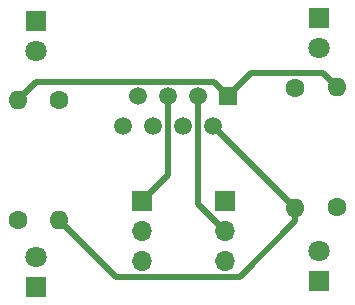
<source format=gbr>
%TF.GenerationSoftware,KiCad,Pcbnew,7.0.9*%
%TF.CreationDate,2023-12-13T17:42:54-05:00*%
%TF.ProjectId,Servo_Adapt,53657276-6f5f-4416-9461-70742e6b6963,rev?*%
%TF.SameCoordinates,Original*%
%TF.FileFunction,Copper,L1,Top*%
%TF.FilePolarity,Positive*%
%FSLAX46Y46*%
G04 Gerber Fmt 4.6, Leading zero omitted, Abs format (unit mm)*
G04 Created by KiCad (PCBNEW 7.0.9) date 2023-12-13 17:42:54*
%MOMM*%
%LPD*%
G01*
G04 APERTURE LIST*
%TA.AperFunction,ComponentPad*%
%ADD10C,1.600000*%
%TD*%
%TA.AperFunction,ComponentPad*%
%ADD11O,1.600000X1.600000*%
%TD*%
%TA.AperFunction,ComponentPad*%
%ADD12R,1.800000X1.800000*%
%TD*%
%TA.AperFunction,ComponentPad*%
%ADD13C,1.800000*%
%TD*%
%TA.AperFunction,ComponentPad*%
%ADD14R,1.700000X1.700000*%
%TD*%
%TA.AperFunction,ComponentPad*%
%ADD15O,1.700000X1.700000*%
%TD*%
%TA.AperFunction,ComponentPad*%
%ADD16R,1.500000X1.500000*%
%TD*%
%TA.AperFunction,ComponentPad*%
%ADD17C,1.500000*%
%TD*%
%TA.AperFunction,Conductor*%
%ADD18C,0.500000*%
%TD*%
G04 APERTURE END LIST*
D10*
%TO.P,R4,1*%
%TO.N,Net-(D4-A)*%
X151000000Y-77920000D03*
D11*
%TO.P,R4,2*%
%TO.N,Net-(J1-Pad2)*%
X151000000Y-88080000D03*
%TD*%
D10*
%TO.P,R3,1*%
%TO.N,Net-(D3-A)*%
X154500000Y-88000000D03*
D11*
%TO.P,R3,2*%
%TO.N,Net-(J1-Pad1)*%
X154500000Y-77840000D03*
%TD*%
D12*
%TO.P,D4,1,K*%
%TO.N,Net-(D1-K)*%
X153000000Y-72000000D03*
D13*
%TO.P,D4,2,A*%
%TO.N,Net-(D4-A)*%
X153000000Y-74540000D03*
%TD*%
D12*
%TO.P,D3,1,K*%
%TO.N,Net-(D1-K)*%
X153000000Y-94275000D03*
D13*
%TO.P,D3,2,A*%
%TO.N,Net-(D3-A)*%
X153000000Y-91735000D03*
%TD*%
D10*
%TO.P,R2,1*%
%TO.N,Net-(D1-A)*%
X131000000Y-78920000D03*
D11*
%TO.P,R2,2*%
%TO.N,Net-(J1-Pad2)*%
X131000000Y-89080000D03*
%TD*%
D10*
%TO.P,R1,1*%
%TO.N,Net-(D2-A)*%
X127500000Y-89080000D03*
D11*
%TO.P,R1,2*%
%TO.N,Net-(J1-Pad1)*%
X127500000Y-78920000D03*
%TD*%
D14*
%TO.P,J3,1,Pin_1*%
%TO.N,Net-(J3-Pin_1)*%
X138000000Y-87500000D03*
D15*
%TO.P,J3,2,Pin_2*%
%TO.N,Net-(J2-Pin_2)*%
X138000000Y-90040000D03*
%TO.P,J3,3,Pin_3*%
%TO.N,Net-(D1-K)*%
X138000000Y-92580000D03*
%TD*%
D14*
%TO.P,J2,1,Pin_1*%
%TO.N,Net-(J2-Pin_1)*%
X145000000Y-87460000D03*
D15*
%TO.P,J2,2,Pin_2*%
%TO.N,Net-(J2-Pin_2)*%
X145000000Y-90000000D03*
%TO.P,J2,3,Pin_3*%
%TO.N,Net-(D1-K)*%
X145000000Y-92540000D03*
%TD*%
D16*
%TO.P,J1,1*%
%TO.N,Net-(J1-Pad1)*%
X145282500Y-78600000D03*
D17*
%TO.P,J1,2*%
%TO.N,Net-(J1-Pad2)*%
X144012500Y-81140000D03*
%TO.P,J1,3*%
%TO.N,Net-(J2-Pin_2)*%
X142742500Y-78600000D03*
%TO.P,J1,4*%
%TO.N,Net-(J2-Pin_1)*%
X141472500Y-81140000D03*
%TO.P,J1,5*%
%TO.N,Net-(J3-Pin_1)*%
X140202500Y-78600000D03*
%TO.P,J1,6*%
%TO.N,unconnected-(J1-Pad6)*%
X138932500Y-81140000D03*
%TO.P,J1,7*%
%TO.N,Net-(D1-K)*%
X137662500Y-78600000D03*
%TO.P,J1,8*%
X136392500Y-81140000D03*
%TD*%
D12*
%TO.P,D2,1,K*%
%TO.N,Net-(D1-K)*%
X129000000Y-94775000D03*
D13*
%TO.P,D2,2,A*%
%TO.N,Net-(D2-A)*%
X129000000Y-92235000D03*
%TD*%
D12*
%TO.P,D1,1,K*%
%TO.N,Net-(D1-K)*%
X129000000Y-72225000D03*
D13*
%TO.P,D1,2,A*%
%TO.N,Net-(D1-A)*%
X129000000Y-74765000D03*
%TD*%
D18*
%TO.N,Net-(J1-Pad2)*%
X144060000Y-81140000D02*
X144012500Y-81140000D01*
X151000000Y-88080000D02*
X144060000Y-81140000D01*
X151000000Y-89211370D02*
X151000000Y-88080000D01*
X146331370Y-93880000D02*
X151000000Y-89211370D01*
X135800000Y-93880000D02*
X146331370Y-93880000D01*
X131000000Y-89080000D02*
X135800000Y-93880000D01*
%TO.N,Net-(J2-Pin_2)*%
X142742500Y-87742500D02*
X145000000Y-90000000D01*
X142742500Y-78600000D02*
X142742500Y-87742500D01*
%TO.N,Net-(J3-Pin_1)*%
X140202500Y-85297500D02*
X140202500Y-78600000D01*
X138000000Y-87500000D02*
X140202500Y-85297500D01*
%TO.N,Net-(J1-Pad1)*%
X147212500Y-76670000D02*
X145282500Y-78600000D01*
X153330000Y-76670000D02*
X147212500Y-76670000D01*
X154500000Y-77840000D02*
X153330000Y-76670000D01*
X144082500Y-77400000D02*
X145282500Y-78600000D01*
X129020000Y-77400000D02*
X144082500Y-77400000D01*
X127500000Y-78920000D02*
X129020000Y-77400000D01*
%TD*%
M02*

</source>
